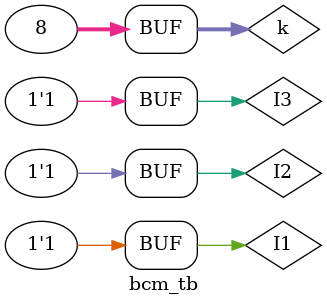
<source format=v>
module bcm(input I1,input I2, input I3, output O1, output O2);
  
  assign O1 = ((I1 & ~I2) | (~I1 & ~I3));
  assign O2 = (~I2) | (~I1 & (~I3)); 
  
endmodule

module bcm_tb();
  reg I1, I2, I3;
  wire O1, O2;
  
  bcm f(.I1(I1), .I2(I2), .I3(I3), .O1(O1), .O2(O2));
  
  integer k;
  
  initial begin
    for(k=0;k<8;k=k+1)
      #20 {I1,I2,I3} = k;
  end
    
endmodule
  
</source>
